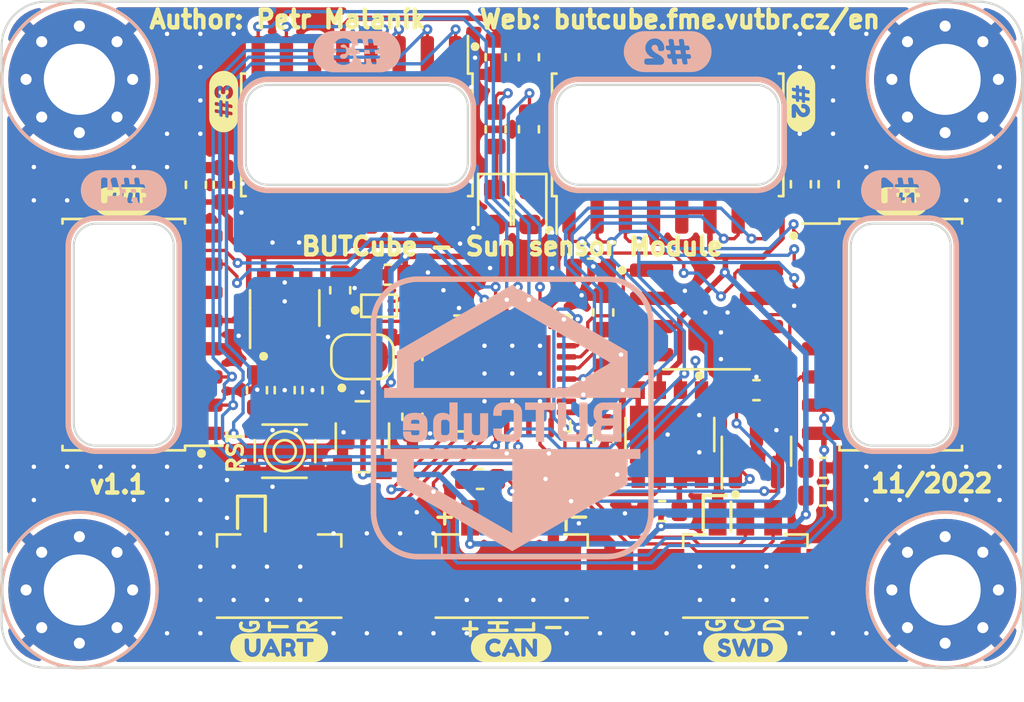
<source format=kicad_pcb>
(kicad_pcb (version 20211014) (generator pcbnew)

  (general
    (thickness 0.99)
  )

  (paper "A4")
  (title_block
    (title "BUTCube - Sun sensor")
    (date "2022-06-16")
    (rev "v1.1")
    (company "VUT - FIT(STRaDe) & FME(IAE & IPE)")
    (comment 1 "Author: Petr Malaník")
  )

  (layers
    (0 "F.Cu" mixed)
    (31 "B.Cu" mixed)
    (36 "B.SilkS" user "B.Silkscreen")
    (37 "F.SilkS" user "F.Silkscreen")
    (38 "B.Mask" user)
    (39 "F.Mask" user)
    (40 "Dwgs.User" user "User.Drawings")
    (41 "Cmts.User" user "User.Comments")
    (42 "Eco1.User" user "User.Eco1")
    (43 "Eco2.User" user "User.Eco2")
    (44 "Edge.Cuts" user)
    (45 "Margin" user)
    (46 "B.CrtYd" user "B.Courtyard")
    (47 "F.CrtYd" user "F.Courtyard")
    (48 "B.Fab" user)
    (49 "F.Fab" user)
    (51 "User.2" user "Sun_shield_stencil")
  )

  (setup
    (stackup
      (layer "F.SilkS" (type "Top Silk Screen") (color "White"))
      (layer "F.Mask" (type "Top Solder Mask") (color "Blue") (thickness 0.01))
      (layer "F.Cu" (type "copper") (thickness 0.035))
      (layer "dielectric 1" (type "core") (thickness 0.9) (material "FR4") (epsilon_r 4.5) (loss_tangent 0.02))
      (layer "B.Cu" (type "copper") (thickness 0.035))
      (layer "B.Mask" (type "Bottom Solder Mask") (color "Blue") (thickness 0.01))
      (layer "B.SilkS" (type "Bottom Silk Screen") (color "White"))
      (copper_finish "None")
      (dielectric_constraints no)
    )
    (pad_to_mask_clearance 0)
    (pcbplotparams
      (layerselection 0x0080000_7ffffffe)
      (disableapertmacros false)
      (usegerberextensions true)
      (usegerberattributes true)
      (usegerberadvancedattributes true)
      (creategerberjobfile false)
      (svguseinch false)
      (svgprecision 6)
      (excludeedgelayer true)
      (plotframeref false)
      (viasonmask false)
      (mode 1)
      (useauxorigin false)
      (hpglpennumber 1)
      (hpglpenspeed 20)
      (hpglpendiameter 15.000000)
      (dxfpolygonmode true)
      (dxfimperialunits false)
      (dxfusepcbnewfont true)
      (psnegative false)
      (psa4output false)
      (plotreference true)
      (plotvalue true)
      (plotinvisibletext false)
      (sketchpadsonfab false)
      (subtractmaskfromsilk false)
      (outputformat 1)
      (mirror false)
      (drillshape 0)
      (scaleselection 1)
      (outputdirectory "gerbers/")
    )
  )

  (net 0 "")
  (net 1 "+3V3")
  (net 2 "GND")
  (net 3 "Net-(C16-Pad1)")
  (net 4 "/VREF")
  (net 5 "Net-(D1-Pad1)")
  (net 6 "Net-(D2-Pad1)")
  (net 7 "/CAN.L")
  (net 8 "/CAN.H")
  (net 9 "/DBG_TX")
  (net 10 "/DBG_RX")
  (net 11 "/SWCLK")
  (net 12 "/SWDIO")
  (net 13 "Net-(JP1-Pad1)")
  (net 14 "/NRST")
  (net 15 "/LED1")
  (net 16 "/LED2")
  (net 17 "/CAN_RS")
  (net 18 "/SCK")
  (net 19 "/FR_RDY_#1")
  (net 20 "/MOSI")
  (net 21 "/CS_#1")
  (net 22 "unconnected-(U1-Pad9)")
  (net 23 "unconnected-(U1-Pad10)")
  (net 24 "unconnected-(U1-Pad11)")
  (net 25 "unconnected-(U1-Pad12)")
  (net 26 "unconnected-(U1-Pad13)")
  (net 27 "unconnected-(U1-Pad14)")
  (net 28 "unconnected-(U1-Pad15)")
  (net 29 "unconnected-(U1-Pad16)")
  (net 30 "/LSE")
  (net 31 "/WDG_RESET")
  (net 32 "/HSE")
  (net 33 "/MISO")
  (net 34 "unconnected-(U2-Pad14)")
  (net 35 "unconnected-(U2-Pad18)")
  (net 36 "/CAN_RX")
  (net 37 "/CAN_TX")
  (net 38 "/FR_RDY_#2")
  (net 39 "/CS_#2")
  (net 40 "unconnected-(U3-Pad9)")
  (net 41 "unconnected-(U3-Pad10)")
  (net 42 "unconnected-(U3-Pad11)")
  (net 43 "unconnected-(U3-Pad12)")
  (net 44 "unconnected-(U3-Pad13)")
  (net 45 "unconnected-(U3-Pad14)")
  (net 46 "unconnected-(U3-Pad15)")
  (net 47 "unconnected-(U3-Pad16)")
  (net 48 "unconnected-(U4-Pad3)")
  (net 49 "/FR_RDY_#3")
  (net 50 "/CS_#3")
  (net 51 "unconnected-(U5-Pad9)")
  (net 52 "unconnected-(U5-Pad10)")
  (net 53 "unconnected-(U5-Pad11)")
  (net 54 "unconnected-(U5-Pad12)")
  (net 55 "unconnected-(U5-Pad13)")
  (net 56 "unconnected-(U5-Pad14)")
  (net 57 "unconnected-(U5-Pad15)")
  (net 58 "unconnected-(U5-Pad16)")
  (net 59 "/FRAM_CS")
  (net 60 "/FR_RDY_#4")
  (net 61 "/CS_#4")
  (net 62 "unconnected-(U7-Pad9)")
  (net 63 "unconnected-(U7-Pad10)")
  (net 64 "unconnected-(U7-Pad11)")
  (net 65 "unconnected-(U7-Pad12)")
  (net 66 "unconnected-(U7-Pad13)")
  (net 67 "unconnected-(U7-Pad14)")
  (net 68 "unconnected-(U7-Pad15)")
  (net 69 "unconnected-(U7-Pad16)")
  (net 70 "unconnected-(X1-Pad1)")

  (footprint "Package_TO_SOT_SMD:SOT-23-5" (layer "F.Cu") (at 133.75 98.8 90))

  (footprint "TCY_oscillators:CSP-4_1.5x0.8mm" (layer "F.Cu") (at 138 98.7))

  (footprint "TCY_IC:DFN-8-1EP_4.5x4mm_P0.95mm_EP3.6x2.6mm" (layer "F.Cu") (at 151.1 104.5 -90))

  (footprint "TCY_oscillators:ECS-TXO-3225" (layer "F.Cu") (at 137.25 104.6 -90))

  (footprint "Package_TO_SOT_SMD:SOT-23" (layer "F.Cu") (at 155 105.25 90))

  (footprint "MountingHole:MountingHole_3.2mm_M3_Pad_Via" (layer "F.Cu") (at 163.5 111.5))

  (footprint "TCY_passives:C_0603_1608Metric" (layer "F.Cu") (at 155 102.5 180))

  (footprint "TCY_passives:C_0603_1608Metric" (layer "F.Cu") (at 144.75 87.5 -90))

  (footprint "TCY_passives:C_0603_1608Metric" (layer "F.Cu") (at 131 93.25 90))

  (footprint "TCY_passives:C_0603_1608Metric" (layer "F.Cu") (at 158 106))

  (footprint "TCY_passives:C_0603_1608Metric" (layer "F.Cu") (at 150.75 107.95 180))

  (footprint "TCY_passives:R_0603_1608Metric" (layer "F.Cu") (at 143.25 90.75 90))

  (footprint "TCY_passives:C_0603_1608Metric" (layer "F.Cu") (at 148.1 102.2 90))

  (footprint "MountingHole:MountingHole_3.2mm_M3_Pad_Via" (layer "F.Cu") (at 124.5 111.5))

  (footprint "Package_DFN_QFN:QFN-32-1EP_5x5mm_P0.5mm_EP3.45x3.45mm" (layer "F.Cu") (at 144 101.75))

  (footprint "Package_SO:SO-16_5.3x10.2mm_P1.27mm" (layer "F.Cu") (at 161.5 100))

  (footprint "TCY_buttons_switches:KMT031NGJLHS" (layer "F.Cu") (at 133.75 105.25))

  (footprint "Package_SO:SOIC-8_3.9x4.9mm_P1.27mm" (layer "F.Cu") (at 152.75 99))

  (footprint "kibuzzard-62EB8F41" (layer "F.Cu") (at 131 89.5 90))

  (footprint "TCY_passives:R_0603_1608Metric" (layer "F.Cu") (at 133.75 102.5 -90))

  (footprint "kibuzzard-62EB8F32" (layer "F.Cu") (at 157 89.5 -90))

  (footprint "TCY_passives:C_0603_1608Metric" (layer "F.Cu") (at 158.25 93.225 90))

  (footprint "TCY_passives:R_0603_1608Metric" (layer "F.Cu") (at 144.75 90.75 90))

  (footprint "Package_SO:SO-16_5.3x10.2mm_P1.27mm" (layer "F.Cu") (at 137 91 -90))

  (footprint "TCY_passives:C_0603_1608Metric" (layer "F.Cu") (at 148.1 104.7 -90))

  (footprint "LED_SMD:LED_0603_1608Metric" (layer "F.Cu") (at 144.8 94.25 -90))

  (footprint "TCY_passives:C_0603_1608Metric" (layer "F.Cu") (at 157 93.225 90))

  (footprint "MountingHole:MountingHole_3.2mm_M3_Pad_Via" (layer "F.Cu") (at 124.5 88.5))

  (footprint "TCY_connectors:Amphenol_10114828-11103LF_1x03_P1.25mm_Vertical" (layer "F.Cu") (at 154.5 109))

  (footprint "TCY_connectors:Amphenol_10114828-11103LF_1x03_P1.25mm_Vertical" (layer "F.Cu") (at 133.5 109))

  (footprint "Package_SO:SO-16_5.3x10.2mm_P1.27mm" (layer "F.Cu") (at 151 91 90))

  (footprint "Package_SO:SO-16_5.3x10.2mm_P1.27mm" (layer "F.Cu") (at 126.5 100 180))

  (footprint "TCY_passives:C_0603_1608Metric" (layer "F.Cu") (at 148.1 99 90))

  (footprint "TCY_passives:R_0603_1608Metric" (layer "F.Cu") (at 145.45 106.5 180))

  (footprint "Jumper:SolderJumper-2_P1.3mm_Open_RoundedPad1.0x1.5mm" (layer "F.Cu") (at 137.25 101))

  (footprint "MountingHole:MountingHole_3.2mm_M3_Pad_Via" (layer "F.Cu") (at 163.5 88.5))

  (footprint "TCY_connectors:Amphenol_10114828-11104LF_1x04_P1.25mm_Vertical" (layer "F.Cu") (at 144 111.2))

  (footprint "TCY_passives:R_0603_1608Metric" (layer "F.Cu") (at 142.55 106.5 180))

  (footprint "TCY_passives:C_0603_1608Metric" (layer "F.Cu") (at 139.5 103.7 -90))

  (footprint "TCY_passives:R_0603_1608Metric" (layer "F.Cu") (at 147.55 97.025))

  (footprint "TCY_passives:C_0603_1608Metric" (layer "F.Cu") (at 138.4 97.3 180))

  (footprint "TCY_passives:C_0603_1608Metric" (layer "F.Cu") (at 136.25 98 90))

  (footprint "TCY_passives:C_0603_1608Metric" (layer "F.Cu") (at 132.5 102.5 90))

  (footprint "kibuzzard-62EB8F1C" (layer "F.Cu") (at 133.5 114.1))

  (footprint "TCY_passives:C_0603_1608Metric" (layer "F.Cu") (at 139.5 101 90))

  (footprint "kibuzzard-62EB8F2A" (layer "F.Cu") (at 161.5 94))

  (footprint "TCY_passives:C_0603_1608Metric" (layer "F.Cu") (at 143.25 87.5 -90))

  (footprint "kibuzzard-62EB8F4D" (layer "F.Cu") (at 126.5 94))

  (footprint "kibuzzard-62EB8F09" (layer "F.Cu")
    (tedit 62EB8F09) (tstamp dfd4ad15-09f5-40ac-bb16-d19eb5f4ed19)
    (at 154.5 114.1)
    (descr "Converted using: scripting")
    (tags "svg2mod")
    (attr board_only exclude_from_pos_files exclude_from_bom)
    (fp_text reference "kibuzzard-62EB8F09" (at 0 -0.651515) (layer "F.SilkS") hide
      (effects (font (size 0.000254 0.000254) (thickness 0.000003)))
      (tstamp 278b9e85-8e23-493f-be2f-c1e95d96a4ef)
    )
    (fp_text value "G***" (at 0 0.651515) (layer "F.SilkS") hide
      (effects (font (size 0.000254 0.000254) (thickness 0.000003)))
      (tstamp fa515a3f-cad6-4deb-bb7e-9dce4d3f4eb3)
    )
    (fp_poly (pts
        (xy 0.83566 -0.209471)
        (xy 0.72898 -0.209471)
        (xy 0.72898 0.210582)
        (xy 0.836771 0.210582)
        (xy 0.912892 0.195719)
        (xy 0.981234 0.15113)
        (xy 1.029573 0.084038)
        (xy 1.045686 0.001667)
        (xy 1.02999 -0.080982)
        (xy 0.982901 -0.148908)
        (xy 0.914698 -0.19433)
        (xy 0.83566 -0.209471)
      ) (layer "F.SilkS") (width 0) (fill solid) (tstamp f7e85de2-d477-46d5-a7da-040d68ca9db8))
    (fp_poly (pts
        (xy -1.242378 -0.651007)
        (xy -1.230432 0.197108)
        (xy -1.194594 0.155019)
        (xy -1.135698 0.128349)
        (xy -1.098471 0.14224)
        (xy -1.04902 0.183912)
        (xy -1.00457 0.220028)
        (xy -0.95123 0.237252)
        (xy -0.893815 0.227868)
        (xy -0.859367 0.199716)
        (xy -0.847884 0.152797)
        (xy -0.876221 0.110014)
        (xy -0.946785 0.085011)
        (xy -0.990679 0.07487)
        (xy -1.037908 0.060008)
        (xy -1.085136 0.041255)
        (xy -1.12903 0.019447)
        (xy -1.167785 -0.010696)
        (xy -1.199594 -0.054451)
        (xy -1.220847 -0.110153)
        (xy -1.227931 -0.176133)
        (xy -1.219844 -0.238548)
        (xy -1.195582 -0.295407)
        (xy -1.155144 -0.34671)
        (xy -1.100755 -0.387147)
        (xy -1.034635 -0.411409)
        (xy -0.956786 -0.419497)
        (xy -0.893028 -0.415191)
        (xy -0.835104 -0.402273)
        (xy -0.758984 -0.367268)
        (xy -0.731203 -0.346154)
        (xy -0.696754 -0.291703)
        (xy -0.723424 -0.230584)
        (xy -0.761762 -0.188913)
        (xy -0.801211 -0.175022)
        (xy -0.858996 -0.197247)
        (xy -0.871776 -0.208359)
        (xy -0.889 -0.222806)
        (xy -0.948452 -0.237252)
   
... [575181 chars truncated]
</source>
